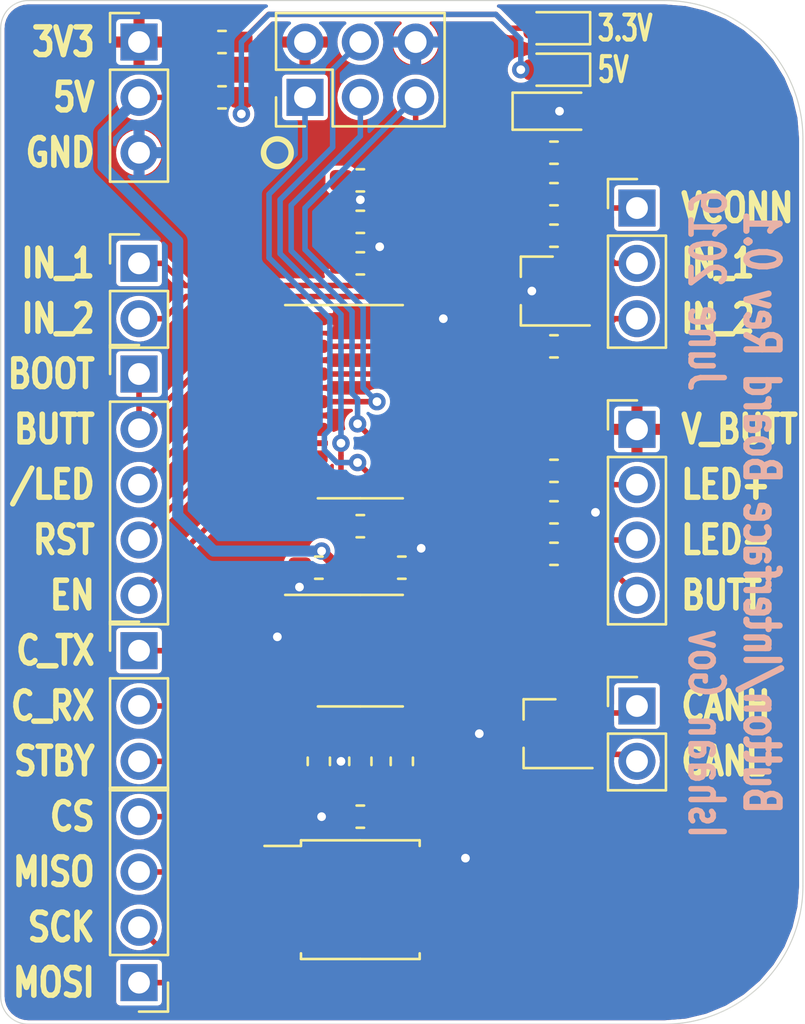
<source format=kicad_pcb>
(kicad_pcb (version 20171130) (host pcbnew "(5.1.2-1)-1")
  (layers (0 F.Cu signal) (31 B.Cu signal) (34 B.Paste user) (35 F.Paste user) (36 B.SilkS user) (37 F.SilkS user) (38 B.Mask user) (39 F.Mask user) (44 Edge.Cuts user))
  (net 0 "")
  (net 1 +3V3)
  (net 2 GND)
  (net 3 +5V)
  (net 4 "Net-(C4-Pad1)")
  (net 5 "Net-(C5-Pad1)")
  (net 6 /F_BUTT)
  (net 7 "Net-(D1-Pad2)")
  (net 8 "Net-(D1-Pad1)")
  (net 9 "Net-(D2-Pad1)")
  (net 10 /EN_SUP)
  (net 11 /RST_MCU)
  (net 12 /LED)
  (net 13 "Net-(J6-Pad3)")
  (net 14 "Net-(J6-Pad2)")
  (net 15 "Net-(J6-Pad1)")
  (net 16 "Net-(J7-Pad1)")
  (net 17 "Net-(J7-Pad3)")
  (net 18 "Net-(J7-Pad4)")
  (net 19 "Net-(U3-Pad10)")
  (net 20 "Net-(U3-Pad11)")
  (net 21 "Net-(U3-Pad12)")
  (net 22 "Net-(U3-Pad13)")
  (net 23 "Net-(D4-Pad2)")
  (net 24 "Net-(D5-Pad2)")
  (net 25 /CANL)
  (net 26 /CANH)
  (net 27 /MOSI)
  (net 28 /SCK)
  (net 29 /MISO)
  (net 30 /CS)
  (net 31 /TXD)
  (net 32 /RXD)
  (net 33 /STBY)
  (net 34 /BUTT)
  (net 35 /LED+)
  (module LED_SMD:LED_0603_1608Metric_Pad1.05x0.95mm_HandSolder (layer F.Cu) (at 115.57 55.245 180)
    (fp_text reference D5 hide)
    (fp_text value RED hide)
    (pad 2 smd roundrect (at 0.875 0 180) (size 1.05 0.95) (layers F.Cu F.Paste F.Mask) (net 24 "Net-(D5-Pad2)"))
    (pad 1 smd roundrect (at -0.875 0 180) (size 1.05 0.95) (layers F.Cu F.Paste F.Mask) (net 2 GND))
  )
  (module LED_SMD:LED_0603_1608Metric_Pad1.05x0.95mm_HandSolder (layer F.Cu) (at 115.57 57.15 180)
    (fp_text reference D4 hide)
    (fp_text value RED hide)
    (pad 2 smd roundrect (at 0.875 0 180) (size 1.05 0.95) (layers F.Cu F.Paste F.Mask) (net 23 "Net-(D4-Pad2)"))
    (pad 1 smd roundrect (at -0.875 0 180) (size 1.05 0.95) (layers F.Cu F.Paste F.Mask) (net 2 GND))
  )
  (module Resistor_SMD:R_0603_1608Metric_Pad1.05x0.95mm_HandSolder (layer F.Cu) (at 100.33 55.88 180)
    (fp_text reference R12 hide)
    (fp_text value 120R hide)
    (pad 2 smd roundrect (at 0.875 0 180) (size 1.05 0.95) (layers F.Cu F.Paste F.Mask) (net 1 +3V3))
    (pad 1 smd roundrect (at -0.875 0 180) (size 1.05 0.95) (layers F.Cu F.Paste F.Mask) (net 24 "Net-(D5-Pad2)"))
  )
  (module Resistor_SMD:R_0603_1608Metric_Pad1.05x0.95mm_HandSolder (layer F.Cu) (at 100.33 58.42 180)
    (fp_text reference R11 hide)
    (fp_text value 390R hide)
    (pad 2 smd roundrect (at 0.875 0 180) (size 1.05 0.95) (layers F.Cu F.Paste F.Mask) (net 3 +5V))
    (pad 1 smd roundrect (at -0.875 0 180) (size 1.05 0.95) (layers F.Cu F.Paste F.Mask) (net 23 "Net-(D4-Pad2)"))
  )
  (module Package_SO:SOIC-8_3.9x4.9mm_P1.27mm (layer F.Cu) (at 106.68 83.82)
    (fp_text reference U2 hide)
    (fp_text value ATA6561 hide)
    (pad 1 smd roundrect (at -2.475 -1.905) (size 1.95 0.6) (layers F.Cu F.Paste F.Mask) (net 31 /TXD))
    (pad 2 smd roundrect (at -2.475 -0.635) (size 1.95 0.6) (layers F.Cu F.Paste F.Mask) (net 2 GND))
    (pad 3 smd roundrect (at -2.475 0.635) (size 1.95 0.6) (layers F.Cu F.Paste F.Mask) (net 3 +5V))
    (pad 4 smd roundrect (at -2.475 1.905) (size 1.95 0.6) (layers F.Cu F.Paste F.Mask) (net 32 /RXD))
    (pad 5 smd roundrect (at 2.475 1.905) (size 1.95 0.6) (layers F.Cu F.Paste F.Mask) (net 1 +3V3))
    (pad 6 smd roundrect (at 2.475 0.635) (size 1.95 0.6) (layers F.Cu F.Paste F.Mask) (net 25 /CANL))
    (pad 7 smd roundrect (at 2.475 -0.635) (size 1.95 0.6) (layers F.Cu F.Paste F.Mask) (net 26 /CANH))
    (pad 8 smd roundrect (at 2.475 -1.905) (size 1.95 0.6) (layers F.Cu F.Paste F.Mask) (net 33 /STBY))
  )
  (module Package_SO:SOIC-14_3.9x8.7mm_P1.27mm (layer F.Cu) (at 106.68 72.39)
    (fp_text reference U3 hide)
    (fp_text value ATtiny24A-SSU hide)
    (pad 1 smd roundrect (at -2.475 -3.81) (size 1.95 0.6) (layers F.Cu F.Paste F.Mask) (net 1 +3V3))
    (pad 2 smd roundrect (at -2.475 -2.54) (size 1.95 0.6) (layers F.Cu F.Paste F.Mask) (net 6 /F_BUTT))
    (pad 3 smd roundrect (at -2.475 -1.27) (size 1.95 0.6) (layers F.Cu F.Paste F.Mask) (net 12 /LED))
    (pad 4 smd roundrect (at -2.475 0) (size 1.95 0.6) (layers F.Cu F.Paste F.Mask) (net 5 "Net-(C5-Pad1)"))
    (pad 5 smd roundrect (at -2.475 1.27) (size 1.95 0.6) (layers F.Cu F.Paste F.Mask) (net 11 /RST_MCU))
    (pad 6 smd roundrect (at -2.475 2.54) (size 1.95 0.6) (layers F.Cu F.Paste F.Mask) (net 10 /EN_SUP))
    (pad 7 smd roundrect (at -2.475 3.81) (size 1.95 0.6) (layers F.Cu F.Paste F.Mask) (net 18 "Net-(J7-Pad4)"))
    (pad 8 smd roundrect (at 2.475 3.81) (size 1.95 0.6) (layers F.Cu F.Paste F.Mask) (net 16 "Net-(J7-Pad1)"))
    (pad 9 smd roundrect (at 2.475 2.54) (size 1.95 0.6) (layers F.Cu F.Paste F.Mask) (net 17 "Net-(J7-Pad3)"))
    (pad 10 smd roundrect (at 2.475 1.27) (size 1.95 0.6) (layers F.Cu F.Paste F.Mask) (net 19 "Net-(U3-Pad10)"))
    (pad 11 smd roundrect (at 2.475 0) (size 1.95 0.6) (layers F.Cu F.Paste F.Mask) (net 20 "Net-(U3-Pad11)"))
    (pad 12 smd roundrect (at 2.475 -1.27) (size 1.95 0.6) (layers F.Cu F.Paste F.Mask) (net 21 "Net-(U3-Pad12)"))
    (pad 13 smd roundrect (at 2.475 -2.54) (size 1.95 0.6) (layers F.Cu F.Paste F.Mask) (net 22 "Net-(U3-Pad13)"))
    (pad 14 smd roundrect (at 2.475 -3.81) (size 1.95 0.6) (layers F.Cu F.Paste F.Mask) (net 2 GND))
  )
  (module Connector_PinHeader_2.54mm:PinHeader_2x03_P2.54mm_Vertical (layer F.Cu) (at 104.14 58.42 90)
    (fp_text reference J7 hide)
    (fp_text value AVR-ISP-6 hide)
    (pad 1 thru_hole rect (at 0 0 90) (size 1.7 1.7) (drill 1) (layers *.Cu *.Mask) (net 16 "Net-(J7-Pad1)"))
    (pad 2 thru_hole oval (at 2.54 0 90) (size 1.7 1.7) (drill 1) (layers *.Cu *.Mask) (net 1 +3V3))
    (pad 3 thru_hole oval (at 0 2.54 90) (size 1.7 1.7) (drill 1) (layers *.Cu *.Mask) (net 17 "Net-(J7-Pad3)"))
    (pad 4 thru_hole oval (at 2.54 2.54 90) (size 1.7 1.7) (drill 1) (layers *.Cu *.Mask) (net 18 "Net-(J7-Pad4)"))
    (pad 5 thru_hole oval (at 0 5.08 90) (size 1.7 1.7) (drill 1) (layers *.Cu *.Mask) (net 5 "Net-(C5-Pad1)"))
    (pad 6 thru_hole oval (at 2.54 5.08 90) (size 1.7 1.7) (drill 1) (layers *.Cu *.Mask) (net 2 GND))
  )
  (module Capacitor_SMD:C_0603_1608Metric_Pad1.05x0.95mm_HandSolder (layer F.Cu) (at 108.585 80.01)
    (fp_text reference C1 hide)
    (fp_text value 100n hide)
    (pad 1 smd roundrect (at -0.875 0) (size 1.05 0.95) (layers F.Cu F.Paste F.Mask) (net 1 +3V3))
    (pad 2 smd roundrect (at 0.875 0) (size 1.05 0.95) (layers F.Cu F.Paste F.Mask) (net 2 GND))
  )
  (module Capacitor_SMD:C_0603_1608Metric_Pad1.05x0.95mm_HandSolder (layer F.Cu) (at 106.68 66.04)
    (fp_text reference C2 hide)
    (fp_text value 100n hide)
    (pad 2 smd roundrect (at 0.875 0) (size 1.05 0.95) (layers F.Cu F.Paste F.Mask) (net 2 GND))
    (pad 1 smd roundrect (at -0.875 0) (size 1.05 0.95) (layers F.Cu F.Paste F.Mask) (net 1 +3V3))
  )
  (module Capacitor_SMD:C_0603_1608Metric_Pad1.05x0.95mm_HandSolder (layer F.Cu) (at 104.775 80.01 180)
    (fp_text reference C3 hide)
    (fp_text value 100n hide)
    (pad 2 smd roundrect (at 0.875 0 180) (size 1.05 0.95) (layers F.Cu F.Paste F.Mask) (net 2 GND))
    (pad 1 smd roundrect (at -0.875 0 180) (size 1.05 0.95) (layers F.Cu F.Paste F.Mask) (net 3 +5V))
  )
  (module Capacitor_SMD:C_0603_1608Metric_Pad1.05x0.95mm_HandSolder (layer F.Cu) (at 106.68 88.9 90)
    (fp_text reference C4 hide)
    (fp_text value 10n hide)
    (pad 1 smd roundrect (at -0.875 0 90) (size 1.05 0.95) (layers F.Cu F.Paste F.Mask) (net 4 "Net-(C4-Pad1)"))
    (pad 2 smd roundrect (at 0.875 0 90) (size 1.05 0.95) (layers F.Cu F.Paste F.Mask) (net 2 GND))
  )
  (module Capacitor_SMD:C_0603_1608Metric_Pad1.05x0.95mm_HandSolder (layer F.Cu) (at 106.68 62.23 180)
    (fp_text reference C5 hide)
    (fp_text value 10n hide)
    (pad 2 smd roundrect (at 0.875 0 180) (size 1.05 0.95) (layers F.Cu F.Paste F.Mask) (net 2 GND))
    (pad 1 smd roundrect (at -0.875 0 180) (size 1.05 0.95) (layers F.Cu F.Paste F.Mask) (net 5 "Net-(C5-Pad1)"))
  )
  (module Capacitor_SMD:C_0603_1608Metric_Pad1.05x0.95mm_HandSolder (layer F.Cu) (at 106.68 91.44)
    (fp_text reference C6 hide)
    (fp_text value 100n hide)
    (pad 1 smd roundrect (at -0.875 0) (size 1.05 0.95) (layers F.Cu F.Paste F.Mask) (net 2 GND))
    (pad 2 smd roundrect (at 0.875 0) (size 1.05 0.95) (layers F.Cu F.Paste F.Mask) (net 1 +3V3))
  )
  (module Capacitor_SMD:C_0603_1608Metric_Pad1.05x0.95mm_HandSolder (layer F.Cu) (at 115.57 77.47)
    (fp_text reference C7 hide)
    (fp_text value 10n hide)
    (pad 1 smd roundrect (at -0.875 0) (size 1.05 0.95) (layers F.Cu F.Paste F.Mask) (net 6 /F_BUTT))
    (pad 2 smd roundrect (at 0.875 0) (size 1.05 0.95) (layers F.Cu F.Paste F.Mask) (net 2 GND))
  )
  (module Package_TO_SOT_SMD:SOT-23_Handsoldering (layer F.Cu) (at 114.808 67.31 180)
    (fp_text reference D1 hide)
    (fp_text value PACDN042 hide)
    (pad 3 smd rect (at 1.5 0 180) (size 1.9 0.8) (layers F.Cu F.Paste F.Mask) (net 2 GND))
    (pad 2 smd rect (at -1.5 0.95 180) (size 1.9 0.8) (layers F.Cu F.Paste F.Mask) (net 7 "Net-(D1-Pad2)"))
    (pad 1 smd rect (at -1.5 -0.95 180) (size 1.9 0.8) (layers F.Cu F.Paste F.Mask) (net 8 "Net-(D1-Pad1)"))
  )
  (module Diode_SMD:D_SOD-323_HandSoldering (layer F.Cu) (at 115.57 59.055)
    (fp_text reference D2 hide)
    (fp_text value 5.1V hide)
    (pad 1 smd rect (at -1.25 0) (size 1 1) (layers F.Cu F.Paste F.Mask) (net 9 "Net-(D2-Pad1)"))
    (pad 2 smd rect (at 1.25 0) (size 1 1) (layers F.Cu F.Paste F.Mask) (net 2 GND))
  )
  (module Package_TO_SOT_SMD:SOT-23_Handsoldering (layer F.Cu) (at 114.935 87.63 180)
    (fp_text reference D3 hide)
    (fp_text value SESDONCAN1LT1G hide)
    (pad 1 smd rect (at -1.5 -0.95 180) (size 1.9 0.8) (layers F.Cu F.Paste F.Mask) (net 25 /CANL))
    (pad 2 smd rect (at -1.5 0.95 180) (size 1.9 0.8) (layers F.Cu F.Paste F.Mask) (net 26 /CANH))
    (pad 3 smd rect (at 1.5 0 180) (size 1.9 0.8) (layers F.Cu F.Paste F.Mask) (net 2 GND))
  )
  (module Connector_PinHeader_2.54mm:PinHeader_1x03_P2.54mm_Vertical (layer F.Cu) (at 96.52 55.88)
    (fp_text reference J1 hide)
    (fp_text value Conn_01x03 hide)
    (pad 1 thru_hole rect (at 0 0) (size 1.7 1.7) (drill 1) (layers *.Cu *.Mask) (net 1 +3V3))
    (pad 2 thru_hole oval (at 0 2.54) (size 1.7 1.7) (drill 1) (layers *.Cu *.Mask) (net 3 +5V))
    (pad 3 thru_hole oval (at 0 5.08) (size 1.7 1.7) (drill 1) (layers *.Cu *.Mask) (net 2 GND))
  )
  (module Connector_PinHeader_2.54mm:PinHeader_1x02_P2.54mm_Vertical (layer F.Cu) (at 96.52 66.04)
    (fp_text reference J2 hide)
    (fp_text value Conn_01x02 hide)
    (pad 2 thru_hole oval (at 0 2.54) (size 1.7 1.7) (drill 1) (layers *.Cu *.Mask) (net 8 "Net-(D1-Pad1)"))
    (pad 1 thru_hole rect (at 0 0) (size 1.7 1.7) (drill 1) (layers *.Cu *.Mask) (net 7 "Net-(D1-Pad2)"))
  )
  (module Connector_PinHeader_2.54mm:PinHeader_1x05_P2.54mm_Vertical (layer F.Cu) (at 96.52 71.12)
    (fp_text reference J3 hide)
    (fp_text value Conn_01x05 hide)
    (pad 1 thru_hole rect (at 0 0) (size 1.7 1.7) (drill 1) (layers *.Cu *.Mask) (net 6 /F_BUTT))
    (pad 2 thru_hole oval (at 0 2.54) (size 1.7 1.7) (drill 1) (layers *.Cu *.Mask) (net 6 /F_BUTT))
    (pad 3 thru_hole oval (at 0 5.08) (size 1.7 1.7) (drill 1) (layers *.Cu *.Mask) (net 12 /LED))
    (pad 4 thru_hole oval (at 0 7.62) (size 1.7 1.7) (drill 1) (layers *.Cu *.Mask) (net 11 /RST_MCU))
    (pad 5 thru_hole oval (at 0 10.16) (size 1.7 1.7) (drill 1) (layers *.Cu *.Mask) (net 10 /EN_SUP))
  )
  (module Connector_PinHeader_2.54mm:PinHeader_1x04_P2.54mm_Vertical (layer F.Cu) (at 96.52 99.06 180)
    (fp_text reference J4 hide)
    (fp_text value Conn_01x04 hide)
    (pad 1 thru_hole rect (at 0 0 180) (size 1.7 1.7) (drill 1) (layers *.Cu *.Mask) (net 27 /MOSI))
    (pad 2 thru_hole oval (at 0 2.54 180) (size 1.7 1.7) (drill 1) (layers *.Cu *.Mask) (net 28 /SCK))
    (pad 3 thru_hole oval (at 0 5.08 180) (size 1.7 1.7) (drill 1) (layers *.Cu *.Mask) (net 29 /MISO))
    (pad 4 thru_hole oval (at 0 7.62 180) (size 1.7 1.7) (drill 1) (layers *.Cu *.Mask) (net 30 /CS))
  )
  (module Connector_PinHeader_2.54mm:PinHeader_1x03_P2.54mm_Vertical (layer F.Cu) (at 96.52 83.82)
    (fp_text reference J5 hide)
    (fp_text value Conn_01x03 hide)
    (pad 1 thru_hole rect (at 0 0) (size 1.7 1.7) (drill 1) (layers *.Cu *.Mask) (net 31 /TXD))
    (pad 2 thru_hole oval (at 0 2.54) (size 1.7 1.7) (drill 1) (layers *.Cu *.Mask) (net 32 /RXD))
    (pad 3 thru_hole oval (at 0 5.08) (size 1.7 1.7) (drill 1) (layers *.Cu *.Mask) (net 33 /STBY))
  )
  (module Connector_PinHeader_2.54mm:PinHeader_1x03_P2.54mm_Vertical (layer F.Cu) (at 119.38 63.5)
    (fp_text reference J6 hide)
    (fp_text value Conn_01x03 hide)
    (pad 3 thru_hole oval (at 0 5.08) (size 1.7 1.7) (drill 1) (layers *.Cu *.Mask) (net 13 "Net-(J6-Pad3)"))
    (pad 2 thru_hole oval (at 0 2.54) (size 1.7 1.7) (drill 1) (layers *.Cu *.Mask) (net 14 "Net-(J6-Pad2)"))
    (pad 1 thru_hole rect (at 0 0) (size 1.7 1.7) (drill 1) (layers *.Cu *.Mask) (net 15 "Net-(J6-Pad1)"))
  )
  (module Connector_PinHeader_2.54mm:PinHeader_1x02_P2.54mm_Vertical (layer F.Cu) (at 119.38 86.36)
    (fp_text reference J8 hide)
    (fp_text value Conn_01x02 hide)
    (pad 1 thru_hole rect (at 0 0) (size 1.7 1.7) (drill 1) (layers *.Cu *.Mask) (net 26 /CANH))
    (pad 2 thru_hole oval (at 0 2.54) (size 1.7 1.7) (drill 1) (layers *.Cu *.Mask) (net 25 /CANL))
  )
  (module Connector_PinHeader_2.54mm:PinHeader_1x04_P2.54mm_Vertical (layer F.Cu) (at 119.38 73.66)
    (fp_text reference J9 hide)
    (fp_text value Conn_01x04 hide)
    (pad 4 thru_hole oval (at 0 7.62) (size 1.7 1.7) (drill 1) (layers *.Cu *.Mask) (net 34 /BUTT))
    (pad 3 thru_hole oval (at 0 5.08) (size 1.7 1.7) (drill 1) (layers *.Cu *.Mask) (net 12 /LED))
    (pad 2 thru_hole oval (at 0 2.54) (size 1.7 1.7) (drill 1) (layers *.Cu *.Mask) (net 35 /LED+))
    (pad 1 thru_hole rect (at 0 0) (size 1.7 1.7) (drill 1) (layers *.Cu *.Mask) (net 1 +3V3))
  )
  (module Resistor_SMD:R_0603_1608Metric_Pad1.05x0.95mm_HandSolder (layer F.Cu) (at 115.57 60.96)
    (fp_text reference R1 hide)
    (fp_text value 100R hide)
    (pad 2 smd roundrect (at 0.875 0) (size 1.05 0.95) (layers F.Cu F.Paste F.Mask) (net 1 +3V3))
    (pad 1 smd roundrect (at -0.875 0) (size 1.05 0.95) (layers F.Cu F.Paste F.Mask) (net 9 "Net-(D2-Pad1)"))
  )
  (module Resistor_SMD:R_0603_1608Metric_Pad1.05x0.95mm_HandSolder (layer F.Cu) (at 115.57 62.865 180)
    (fp_text reference R2 hide)
    (fp_text value 1K hide)
    (pad 1 smd roundrect (at -0.875 0 180) (size 1.05 0.95) (layers F.Cu F.Paste F.Mask) (net 15 "Net-(J6-Pad1)"))
    (pad 2 smd roundrect (at 0.875 0 180) (size 1.05 0.95) (layers F.Cu F.Paste F.Mask) (net 9 "Net-(D2-Pad1)"))
  )
  (module Resistor_SMD:R_0603_1608Metric_Pad1.05x0.95mm_HandSolder (layer F.Cu) (at 115.57 64.77 180)
    (fp_text reference R3 hide)
    (fp_text value 10K hide)
    (pad 1 smd roundrect (at -0.875 0 180) (size 1.05 0.95) (layers F.Cu F.Paste F.Mask) (net 14 "Net-(J6-Pad2)"))
    (pad 2 smd roundrect (at 0.875 0 180) (size 1.05 0.95) (layers F.Cu F.Paste F.Mask) (net 7 "Net-(D1-Pad2)"))
  )
  (module Resistor_SMD:R_0603_1608Metric_Pad1.05x0.95mm_HandSolder (layer F.Cu) (at 115.57 69.85 180)
    (fp_text reference R4 hide)
    (fp_text value 10K hide)
    (pad 2 smd roundrect (at 0.875 0 180) (size 1.05 0.95) (layers F.Cu F.Paste F.Mask) (net 8 "Net-(D1-Pad1)"))
    (pad 1 smd roundrect (at -0.875 0 180) (size 1.05 0.95) (layers F.Cu F.Paste F.Mask) (net 13 "Net-(J6-Pad3)"))
  )
  (module Resistor_SMD:R_0603_1608Metric_Pad1.05x0.95mm_HandSolder (layer F.Cu) (at 108.585 88.9 270)
    (fp_text reference R5 hide)
    (fp_text value 100R hide)
    (pad 1 smd roundrect (at -0.875 0 270) (size 1.05 0.95) (layers F.Cu F.Paste F.Mask) (net 25 /CANL))
    (pad 2 smd roundrect (at 0.875 0 270) (size 1.05 0.95) (layers F.Cu F.Paste F.Mask) (net 4 "Net-(C4-Pad1)"))
  )
  (module Resistor_SMD:R_0603_1608Metric_Pad1.05x0.95mm_HandSolder (layer F.Cu) (at 104.775 88.9 270)
    (fp_text reference R6 hide)
    (fp_text value 100R hide)
    (pad 2 smd roundrect (at 0.875 0 270) (size 1.05 0.95) (layers F.Cu F.Paste F.Mask) (net 4 "Net-(C4-Pad1)"))
    (pad 1 smd roundrect (at -0.875 0 270) (size 1.05 0.95) (layers F.Cu F.Paste F.Mask) (net 26 /CANH))
  )
  (module Resistor_SMD:R_0603_1608Metric_Pad1.05x0.95mm_HandSolder (layer F.Cu) (at 106.68 78.105 180)
    (fp_text reference R7 hide)
    (fp_text value 240K hide)
    (pad 1 smd roundrect (at -0.875 0 180) (size 1.05 0.95) (layers F.Cu F.Paste F.Mask) (net 1 +3V3))
    (pad 2 smd roundrect (at 0.875 0 180) (size 1.05 0.95) (layers F.Cu F.Paste F.Mask) (net 10 /EN_SUP))
  )
  (module Resistor_SMD:R_0603_1608Metric_Pad1.05x0.95mm_HandSolder (layer F.Cu) (at 106.68 64.135)
    (fp_text reference R8 hide)
    (fp_text value 10K hide)
    (pad 2 smd roundrect (at 0.875 0) (size 1.05 0.95) (layers F.Cu F.Paste F.Mask) (net 5 "Net-(C5-Pad1)"))
    (pad 1 smd roundrect (at -0.875 0) (size 1.05 0.95) (layers F.Cu F.Paste F.Mask) (net 1 +3V3))
  )
  (module Resistor_SMD:R_0603_1608Metric_Pad1.05x0.95mm_HandSolder (layer F.Cu) (at 115.57 75.565 180)
    (fp_text reference R9 hide)
    (fp_text value 36R hide)
    (pad 2 smd roundrect (at 0.875 0 180) (size 1.05 0.95) (layers F.Cu F.Paste F.Mask) (net 1 +3V3))
    (pad 1 smd roundrect (at -0.875 0 180) (size 1.05 0.95) (layers F.Cu F.Paste F.Mask) (net 35 /LED+))
  )
  (module Resistor_SMD:R_0603_1608Metric_Pad1.05x0.95mm_HandSolder (layer F.Cu) (at 115.57 79.375 180)
    (fp_text reference R10 hide)
    (fp_text value 10K hide)
    (pad 1 smd roundrect (at -0.875 0 180) (size 1.05 0.95) (layers F.Cu F.Paste F.Mask) (net 34 /BUTT))
    (pad 2 smd roundrect (at 0.875 0 180) (size 1.05 0.95) (layers F.Cu F.Paste F.Mask) (net 6 /F_BUTT))
  )
  (module Package_SO:SOIC-8_5.23x5.23mm_P1.27mm (layer F.Cu) (at 106.68 95.25)
    (fp_text reference U1 hide)
    (fp_text value W25Q16JVSSIQ hide)
    (pad 8 smd roundrect (at 3.6 -1.905) (size 1.6 0.6) (layers F.Cu F.Paste F.Mask) (net 2 GND))
    (pad 7 smd roundrect (at 3.6 -0.635) (size 1.6 0.6) (layers F.Cu F.Paste F.Mask) (net 1 +3V3))
    (pad 6 smd roundrect (at 3.6 0.635) (size 1.6 0.6) (layers F.Cu F.Paste F.Mask) (net 28 /SCK))
    (pad 5 smd roundrect (at 3.6 1.905) (size 1.6 0.6) (layers F.Cu F.Paste F.Mask) (net 27 /MOSI))
    (pad 4 smd roundrect (at -3.6 1.905) (size 1.6 0.6) (layers F.Cu F.Paste F.Mask) (net 1 +3V3))
    (pad 3 smd roundrect (at -3.6 0.635) (size 1.6 0.6) (layers F.Cu F.Paste F.Mask) (net 1 +3V3))
    (pad 2 smd roundrect (at -3.6 -0.635) (size 1.6 0.6) (layers F.Cu F.Paste F.Mask) (net 29 /MISO))
    (pad 1 smd roundrect (at -3.6 -1.905) (size 1.6 0.6) (layers F.Cu F.Paste F.Mask) (net 30 /CS))
  )
  (gr_text "June 2019" (at 122.555 67.31 270) (layer B.SilkS) (effects (font (size 1.524 1.143) (thickness 0.254)) (justify mirror)))
  (gr_text "Ishaan Gov" (at 122.555 87.63 270) (layer B.SilkS) (effects (font (size 1.524 1.143) (thickness 0.254)) (justify mirror)))
  (gr_text "Button/Interface Board Rev 0.1" (at 125.095 77.47 270) (layer B.SilkS) (effects (font (size 1.524 1.143) (thickness 0.28575)) (justify mirror)))
  (gr_arc (start 91.44 99.695) (end 90.17 99.695) (angle -90) (layer Edge.Cuts) (width 0.05))
  (gr_arc (start 91.44 55.245) (end 91.44 53.975) (angle -90) (layer Edge.Cuts) (width 0.05))
  (gr_arc (start 120.65 60.325) (end 127 60.325) (angle -90) (layer Edge.Cuts) (width 0.05))
  (gr_arc (start 120.65 94.615) (end 120.65 100.965) (angle -90) (layer Edge.Cuts) (width 0.05))
  (gr_text 5V (at 117.475 57.15) (layer F.SilkS) (effects (font (size 1.143 0.762) (thickness 0.1905)) (justify left)))
  (gr_text 3.3V (at 117.475 55.245) (layer F.SilkS) (effects (font (size 1.143 0.762) (thickness 0.1905)) (justify left)))
  (gr_circle (center 102.87 60.96) (end 102.87 60.325) (layer F.SilkS) (width 0.254))
  (gr_text GND (at 94.615 60.96) (layer F.SilkS) (effects (font (size 1.27 1.016) (thickness 0.254)) (justify right)))
  (gr_text 5V (at 94.615 58.42) (layer F.SilkS) (effects (font (size 1.27 1.016) (thickness 0.254)) (justify right)))
  (gr_text 3V3 (at 94.615 55.88) (layer F.SilkS) (effects (font (size 1.27 1.016) (thickness 0.254)) (justify right)))
  (gr_text MOSI (at 94.615 99.06) (layer F.SilkS) (effects (font (size 1.27 1.016) (thickness 0.254)) (justify right)))
  (gr_text SCK (at 94.615 96.52) (layer F.SilkS) (effects (font (size 1.27 1.016) (thickness 0.254)) (justify right)))
  (gr_text MISO (at 94.615 93.98) (layer F.SilkS) (effects (font (size 1.27 1.016) (thickness 0.254)) (justify right)))
  (gr_text CS (at 94.615 91.44) (layer F.SilkS) (effects (font (size 1.27 1.016) (thickness 0.254)) (justify right)))
  (gr_text STBY (at 94.615 88.9) (layer F.SilkS) (effects (font (size 1.27 1.016) (thickness 0.254)) (justify right)))
  (gr_text C_RX (at 94.615 86.36) (layer F.SilkS) (effects (font (size 1.27 1.016) (thickness 0.254)) (justify right)))
  (gr_text "C_TX\n" (at 94.615 83.82) (layer F.SilkS) (effects (font (size 1.27 1.016) (thickness 0.254)) (justify right)))
  (gr_text EN (at 94.615 81.28) (layer F.SilkS) (effects (font (size 1.27 1.016) (thickness 0.254)) (justify right)))
  (gr_text RST (at 94.615 78.74) (layer F.SilkS) (effects (font (size 1.27 1.016) (thickness 0.254)) (justify right)))
  (gr_text /LED (at 94.615 76.2) (layer F.SilkS) (effects (font (size 1.27 1.016) (thickness 0.254)) (justify right)))
  (gr_text BUTT (at 94.615 73.66) (layer F.SilkS) (effects (font (size 1.27 1.016) (thickness 0.254)) (justify right)))
  (gr_text BOOT (at 94.615 71.12) (layer F.SilkS) (effects (font (size 1.27 1.016) (thickness 0.254)) (justify right)))
  (gr_text IN_2 (at 94.615 68.58) (layer F.SilkS) (effects (font (size 1.27 1.016) (thickness 0.254)) (justify right)))
  (gr_text IN_1 (at 94.615 66.04) (layer F.SilkS) (effects (font (size 1.27 1.016) (thickness 0.254)) (justify right)))
  (gr_text CANL (at 121.285 88.9) (layer F.SilkS) (effects (font (size 1.27 1.016) (thickness 0.254)) (justify left)))
  (gr_text CANH (at 121.285 86.36) (layer F.SilkS) (effects (font (size 1.27 1.016) (thickness 0.254)) (justify left)))
  (gr_text BUTT (at 121.285 81.28) (layer F.SilkS) (effects (font (size 1.27 1.016) (thickness 0.254)) (justify left)))
  (gr_text LED- (at 121.285 78.74) (layer F.SilkS) (effects (font (size 1.27 1.016) (thickness 0.254)) (justify left)))
  (gr_text LED+ (at 121.285 76.2) (layer F.SilkS) (effects (font (size 1.27 1.016) (thickness 0.254)) (justify left)))
  (gr_text V_BUTT (at 121.285 73.66) (layer F.SilkS) (effects (font (size 1.27 1.016) (thickness 0.254)) (justify left)))
  (gr_text IN_2 (at 121.285 68.58) (layer F.SilkS) (effects (font (size 1.27 1.016) (thickness 0.254)) (justify left)))
  (gr_text "IN_1\n" (at 121.285 66.04) (layer F.SilkS) (effects (font (size 1.27 1.016) (thickness 0.254)) (justify left)))
  (gr_text VCONN (at 121.285 63.5) (layer F.SilkS) (effects (font (size 1.27 1.016) (thickness 0.254)) (justify left)))
  (gr_line (start 90.17 99.695) (end 90.17 55.245) (layer Edge.Cuts) (width 0.05))
  (gr_line (start 120.65 100.965) (end 91.44 100.965) (layer Edge.Cuts) (width 0.05))
  (gr_line (start 127 60.325) (end 127 94.615) (layer Edge.Cuts) (width 0.05))
  (gr_line (start 91.44 53.975) (end 120.65 53.975) (layer Edge.Cuts) (width 0.05))
  (via (at 107.569 65.278) (size 0.8) (drill 0.4) (layers F.Cu B.Cu) (net 2))
  (segment (start 107.555 65.292) (end 107.569 65.278) (width 0.254) (layer F.Cu) (net 2))
  (segment (start 107.555 66.04) (end 107.555 65.292) (width 0.254) (layer F.Cu) (net 2))
  (via (at 110.49 68.58) (size 0.8) (drill 0.4) (layers F.Cu B.Cu) (net 2))
  (segment (start 109.155 68.58) (end 110.49 68.58) (width 0.254) (layer F.Cu) (net 2))
  (via (at 114.554 67.31) (size 0.8) (drill 0.4) (layers F.Cu B.Cu) (net 2))
  (segment (start 113.308 67.31) (end 114.554 67.31) (width 0.254) (layer F.Cu) (net 2))
  (via (at 115.824 59.055) (size 0.8) (drill 0.4) (layers F.Cu B.Cu) (net 2))
  (segment (start 116.82 59.055) (end 115.824 59.055) (width 0.254) (layer F.Cu) (net 2))
  (segment (start 116.445 77.47) (end 116.459 77.47) (width 0.254) (layer F.Cu) (net 2))
  (via (at 109.474 79.121) (size 0.8) (drill 0.4) (layers F.Cu B.Cu) (net 2))
  (segment (start 109.46 79.135) (end 109.474 79.121) (width 0.254) (layer F.Cu) (net 2))
  (segment (start 109.46 80.01) (end 109.46 79.135) (width 0.254) (layer F.Cu) (net 2))
  (via (at 105.791 88.9) (size 0.8) (drill 0.4) (layers F.Cu B.Cu) (net 2))
  (segment (start 106.666 88.025) (end 105.791 88.9) (width 0.254) (layer F.Cu) (net 2))
  (segment (start 106.68 88.025) (end 106.666 88.025) (width 0.254) (layer F.Cu) (net 2))
  (via (at 104.902 91.44) (size 0.8) (drill 0.4) (layers F.Cu B.Cu) (net 2))
  (segment (start 105.805 91.44) (end 104.902 91.44) (width 0.254) (layer F.Cu) (net 2))
  (via (at 111.506 93.345) (size 0.8) (drill 0.4) (layers F.Cu B.Cu) (net 2))
  (segment (start 110.28 93.345) (end 111.506 93.345) (width 0.254) (layer F.Cu) (net 2))
  (via (at 112.141 87.63) (size 0.8) (drill 0.4) (layers F.Cu B.Cu) (net 2))
  (segment (start 113.435 87.63) (end 112.141 87.63) (width 0.254) (layer F.Cu) (net 2))
  (via (at 117.475 77.47) (size 0.8) (drill 0.4) (layers F.Cu B.Cu) (net 2))
  (segment (start 116.445 77.47) (end 117.475 77.47) (width 0.254) (layer F.Cu) (net 2))
  (via (at 106.68 63.119) (size 0.8) (drill 0.4) (layers F.Cu B.Cu) (net 2))
  (segment (start 105.805 62.244) (end 106.68 63.119) (width 0.254) (layer F.Cu) (net 2))
  (segment (start 105.805 62.23) (end 105.805 62.244) (width 0.254) (layer F.Cu) (net 2))
  (via (at 103.886 80.899) (size 0.8) (drill 0.4) (layers F.Cu B.Cu) (net 2))
  (segment (start 103.9 80.885) (end 103.886 80.899) (width 0.508) (layer F.Cu) (net 2))
  (segment (start 103.9 80.01) (end 103.9 80.885) (width 0.508) (layer F.Cu) (net 2))
  (via (at 102.87 83.185) (size 0.8) (drill 0.4) (layers F.Cu B.Cu) (net 2))
  (segment (start 104.205 83.185) (end 102.87 83.185) (width 0.508) (layer F.Cu) (net 2))
  (segment (start 115.824 59.055) (end 115.824 57.771) (width 0.25) (layer F.Cu) (net 2))
  (segment (start 115.824 57.771) (end 116.445 57.15) (width 0.25) (layer F.Cu) (net 2))
  (segment (start 116.445 57.15) (end 116.445 55.245) (width 0.25) (layer F.Cu) (net 2))
  (via (at 104.902 79.248) (size 0.8) (drill 0.4) (layers F.Cu B.Cu) (net 3))
  (segment (start 105.65 79.996) (end 104.902 79.248) (width 0.508) (layer F.Cu) (net 3))
  (segment (start 105.65 80.01) (end 105.65 79.996) (width 0.508) (layer F.Cu) (net 3))
  (segment (start 98.298 77.597) (end 99.949 79.248) (width 0.508) (layer B.Cu) (net 3))
  (segment (start 99.949 79.248) (end 104.902 79.248) (width 0.508) (layer B.Cu) (net 3))
  (segment (start 94.869 60.071) (end 94.869 61.595) (width 0.508) (layer B.Cu) (net 3))
  (segment (start 98.298 65.024) (end 98.298 77.597) (width 0.508) (layer B.Cu) (net 3))
  (segment (start 94.869 61.595) (end 98.298 65.024) (width 0.508) (layer B.Cu) (net 3))
  (segment (start 96.52 58.42) (end 94.869 60.071) (width 0.508) (layer B.Cu) (net 3))
  (segment (start 105.65 84.085) (end 105.65 80.01) (width 0.508) (layer F.Cu) (net 3))
  (segment (start 105.28 84.455) (end 105.65 84.085) (width 0.508) (layer F.Cu) (net 3))
  (segment (start 104.205 84.455) (end 105.28 84.455) (width 0.508) (layer F.Cu) (net 3))
  (segment (start 97.722081 58.42) (end 99.455 58.42) (width 0.25) (layer F.Cu) (net 3))
  (segment (start 96.52 58.42) (end 97.722081 58.42) (width 0.25) (layer F.Cu) (net 3))
  (segment (start 108.585 89.775) (end 106.68 89.775) (width 0.254) (layer F.Cu) (net 4))
  (segment (start 106.68 89.775) (end 104.775 89.775) (width 0.254) (layer F.Cu) (net 4))
  (segment (start 107.555 62.23) (end 107.555 64.135) (width 0.254) (layer F.Cu) (net 5))
  (segment (start 109.22 60.565) (end 109.22 58.42) (width 0.254) (layer F.Cu) (net 5))
  (segment (start 107.555 62.23) (end 109.22 60.565) (width 0.254) (layer F.Cu) (net 5))
  (via (at 107.442 72.390004) (size 0.8) (drill 0.4) (layers F.Cu B.Cu) (net 5))
  (segment (start 104.205 72.39) (end 107.441996 72.39) (width 0.254) (layer F.Cu) (net 5))
  (segment (start 107.441996 72.39) (end 107.442 72.390004) (width 0.254) (layer F.Cu) (net 5))
  (segment (start 104.14 63.5) (end 109.22 58.42) (width 0.254) (layer B.Cu) (net 5))
  (segment (start 106.807 68.072) (end 104.14 65.405) (width 0.254) (layer B.Cu) (net 5))
  (segment (start 106.807 71.755004) (end 106.807 68.072) (width 0.254) (layer B.Cu) (net 5))
  (segment (start 104.14 65.405) (end 104.14 63.5) (width 0.254) (layer B.Cu) (net 5))
  (segment (start 107.442 72.390004) (end 106.807 71.755004) (width 0.254) (layer B.Cu) (net 5))
  (segment (start 96.52 71.12) (end 96.52 73.66) (width 0.254) (layer F.Cu) (net 6))
  (segment (start 103.13 69.85) (end 104.205 69.85) (width 0.254) (layer F.Cu) (net 6))
  (segment (start 100.33 69.85) (end 103.13 69.85) (width 0.254) (layer F.Cu) (net 6))
  (segment (start 96.52 73.66) (end 100.33 69.85) (width 0.254) (layer F.Cu) (net 6))
  (segment (start 114.695 77.47) (end 114.695 79.375) (width 0.254) (layer F.Cu) (net 6))
  (segment (start 108.06901 70.47701) (end 107.442 69.85) (width 0.254) (layer F.Cu) (net 6))
  (segment (start 110.48201 70.47701) (end 108.06901 70.47701) (width 0.254) (layer F.Cu) (net 6))
  (segment (start 111.379 71.374) (end 110.48201 70.47701) (width 0.254) (layer F.Cu) (net 6))
  (segment (start 111.379 76.684) (end 111.379 71.374) (width 0.254) (layer F.Cu) (net 6))
  (segment (start 107.442 69.85) (end 104.205 69.85) (width 0.254) (layer F.Cu) (net 6))
  (segment (start 114.07 79.375) (end 111.379 76.684) (width 0.254) (layer F.Cu) (net 6))
  (segment (start 114.695 79.375) (end 114.07 79.375) (width 0.254) (layer F.Cu) (net 6))
  (segment (start 114.718 64.77) (end 116.308 66.36) (width 0.254) (layer F.Cu) (net 7))
  (segment (start 114.695 64.77) (end 114.718 64.77) (width 0.254) (layer F.Cu) (net 7))
  (segment (start 97.624 66.04) (end 96.52 66.04) (width 0.254) (layer F.Cu) (net 7))
  (segment (start 98.64 67.056) (end 97.624 66.04) (width 0.254) (layer F.Cu) (net 7))
  (segment (start 111.623398 67.056) (end 98.64 67.056) (width 0.254) (layer F.Cu) (net 7))
  (segment (start 112.319398 66.36) (end 111.623398 67.056) (width 0.254) (layer F.Cu) (net 7))
  (segment (start 116.308 66.36) (end 112.319398 66.36) (width 0.254) (layer F.Cu) (net 7))
  (segment (start 114.718 69.85) (end 116.308 68.26) (width 0.254) (layer F.Cu) (net 8))
  (segment (start 114.695 69.85) (end 114.718 69.85) (width 0.254) (layer F.Cu) (net 8))
  (segment (start 98.679 67.564) (end 97.663 68.58) (width 0.254) (layer F.Cu) (net 8))
  (segment (start 112.319398 68.26) (end 111.623398 67.564) (width 0.254) (layer F.Cu) (net 8))
  (segment (start 97.663 68.58) (end 96.52 68.58) (width 0.254) (layer F.Cu) (net 8))
  (segment (start 111.623398 67.564) (end 98.679 67.564) (width 0.254) (layer F.Cu) (net 8))
  (segment (start 116.308 68.26) (end 112.319398 68.26) (width 0.254) (layer F.Cu) (net 8))
  (segment (start 114.695 60.96) (end 114.695 62.865) (width 0.254) (layer F.Cu) (net 9))
  (segment (start 114.695 60.184) (end 114.695 60.96) (width 0.254) (layer F.Cu) (net 9))
  (segment (start 114.32 59.809) (end 114.695 60.184) (width 0.254) (layer F.Cu) (net 9))
  (segment (start 114.32 59.055) (end 114.32 59.809) (width 0.254) (layer F.Cu) (net 9))
  (segment (start 119.06 88.58) (end 119.38 88.9) (width 0.254) (layer F.Cu) (net 25))
  (segment (start 116.435 88.58) (end 119.06 88.58) (width 0.254) (layer F.Cu) (net 25))
  (segment (start 114.935 87.191398) (end 112.198602 84.455) (width 0.254) (layer F.Cu) (net 25))
  (segment (start 114.935 88.265) (end 114.935 87.191398) (width 0.254) (layer F.Cu) (net 25))
  (segment (start 115.25 88.58) (end 114.935 88.265) (width 0.254) (layer F.Cu) (net 25))
  (segment (start 116.435 88.58) (end 115.25 88.58) (width 0.254) (layer F.Cu) (net 25))
  (segment (start 107.823 84.455) (end 109.155 84.455) (width 0.254) (layer F.Cu) (net 25))
  (segment (start 107.442 84.836) (end 107.823 84.455) (width 0.254) (layer F.Cu) (net 25))
  (segment (start 107.442 85.9275) (end 107.442 84.836) (width 0.254) (layer F.Cu) (net 25))
  (segment (start 108.585 87.0705) (end 107.442 85.9275) (width 0.254) (layer F.Cu) (net 25))
  (segment (start 108.585 88.025) (end 108.585 87.0705) (width 0.254) (layer F.Cu) (net 25))
  (segment (start 112.198602 84.455) (end 109.155 84.455) (width 0.254) (layer F.Cu) (net 25))
  (segment (start 119.06 86.68) (end 119.38 86.36) (width 0.254) (layer F.Cu) (net 26))
  (segment (start 116.435 86.68) (end 119.06 86.68) (width 0.254) (layer F.Cu) (net 26))
  (segment (start 111.736 83.185) (end 111.18 83.185) (width 0.254) (layer F.Cu) (net 26))
  (segment (start 115.231 86.68) (end 111.736 83.185) (width 0.254) (layer F.Cu) (net 26))
  (segment (start 116.435 86.68) (end 115.231 86.68) (width 0.254) (layer F.Cu) (net 26))
  (segment (start 106.934 85.979) (end 106.934 83.947) (width 0.254) (layer F.Cu) (net 26))
  (segment (start 104.888 88.025) (end 106.934 85.979) (width 0.254) (layer F.Cu) (net 26))
  (segment (start 107.696 83.185) (end 109.155 83.185) (width 0.254) (layer F.Cu) (net 26))
  (segment (start 106.934 83.947) (end 107.696 83.185) (width 0.254) (layer F.Cu) (net 26))
  (segment (start 104.775 88.025) (end 104.888 88.025) (width 0.254) (layer F.Cu) (net 26))
  (segment (start 111.18 83.185) (end 109.155 83.185) (width 0.254) (layer F.Cu) (net 26))
  (segment (start 96.52 81.28) (end 99.695 78.105) (width 0.254) (layer F.Cu) (net 10))
  (segment (start 99.695 78.105) (end 101.981 78.105) (width 0.254) (layer F.Cu) (net 10))
  (segment (start 101.981 78.105) (end 105.805 78.105) (width 0.254) (layer F.Cu) (net 10))
  (segment (start 102.87 74.93) (end 104.205 74.93) (width 0.254) (layer F.Cu) (net 10))
  (segment (start 102.489 75.311) (end 102.87 74.93) (width 0.254) (layer F.Cu) (net 10))
  (segment (start 102.489 78.105) (end 102.489 75.311) (width 0.254) (layer F.Cu) (net 10))
  (segment (start 101.981 78.105) (end 102.489 78.105) (width 0.254) (layer F.Cu) (net 10))
  (segment (start 101.6 73.66) (end 104.205 73.66) (width 0.254) (layer F.Cu) (net 11))
  (segment (start 96.52 78.74) (end 101.6 73.66) (width 0.254) (layer F.Cu) (net 11))
  (segment (start 101.6 71.12) (end 104.205 71.12) (width 0.254) (layer F.Cu) (net 12))
  (segment (start 96.52 76.2) (end 101.6 71.12) (width 0.254) (layer F.Cu) (net 12))
  (segment (start 116.967 78.486) (end 117.221 78.74) (width 0.254) (layer F.Cu) (net 12))
  (segment (start 116.01066 78.486) (end 116.967 78.486) (width 0.254) (layer F.Cu) (net 12))
  (segment (start 115.57 78.92666) (end 116.01066 78.486) (width 0.254) (layer F.Cu) (net 12))
  (segment (start 107.442 71.12) (end 108.06901 71.74701) (width 0.254) (layer F.Cu) (net 12))
  (segment (start 115.57 79.82334) (end 115.57 78.92666) (width 0.254) (layer F.Cu) (net 12))
  (segment (start 115.12934 80.264) (end 115.57 79.82334) (width 0.254) (layer F.Cu) (net 12))
  (segment (start 110.744 76.962) (end 114.046 80.264) (width 0.254) (layer F.Cu) (net 12))
  (segment (start 110.744 72.136) (end 110.744 76.962) (width 0.254) (layer F.Cu) (net 12))
  (segment (start 110.35501 71.74701) (end 110.744 72.136) (width 0.254) (layer F.Cu) (net 12))
  (segment (start 108.06901 71.74701) (end 110.35501 71.74701) (width 0.254) (layer F.Cu) (net 12))
  (segment (start 117.221 78.74) (end 119.38 78.74) (width 0.254) (layer F.Cu) (net 12))
  (segment (start 114.046 80.264) (end 115.12934 80.264) (width 0.254) (layer F.Cu) (net 12))
  (segment (start 104.205 71.12) (end 107.442 71.12) (width 0.254) (layer F.Cu) (net 12))
  (segment (start 96.52 99.06) (end 106.172 99.06) (width 0.254) (layer F.Cu) (net 27))
  (segment (start 108.077 97.155) (end 110.28 97.155) (width 0.254) (layer F.Cu) (net 27))
  (segment (start 106.172 99.06) (end 108.077 97.155) (width 0.254) (layer F.Cu) (net 27))
  (segment (start 96.52 96.52) (end 98.425 98.425) (width 0.254) (layer F.Cu) (net 28))
  (segment (start 98.425 98.425) (end 106.045 98.425) (width 0.254) (layer F.Cu) (net 28))
  (segment (start 108.585 95.885) (end 110.28 95.885) (width 0.254) (layer F.Cu) (net 28))
  (segment (start 106.045 98.425) (end 108.585 95.885) (width 0.254) (layer F.Cu) (net 28))
  (segment (start 103.08 94.615) (end 99.314 94.615) (width 0.254) (layer F.Cu) (net 29))
  (segment (start 98.679 93.98) (end 96.52 93.98) (width 0.254) (layer F.Cu) (net 29))
  (segment (start 99.314 94.615) (end 98.679 93.98) (width 0.254) (layer F.Cu) (net 29))
  (segment (start 103.08 93.345) (end 100.203 93.345) (width 0.254) (layer F.Cu) (net 30))
  (segment (start 98.298 91.44) (end 96.52 91.44) (width 0.254) (layer F.Cu) (net 30))
  (segment (start 100.203 93.345) (end 98.298 91.44) (width 0.254) (layer F.Cu) (net 30))
  (segment (start 100.711 81.915) (end 102.18 81.915) (width 0.254) (layer F.Cu) (net 31))
  (segment (start 98.806 83.82) (end 100.711 81.915) (width 0.254) (layer F.Cu) (net 31))
  (segment (start 96.52 83.82) (end 98.806 83.82) (width 0.254) (layer F.Cu) (net 31))
  (segment (start 102.18 81.915) (end 104.205 81.915) (width 0.254) (layer F.Cu) (net 31))
  (segment (start 98.933 86.36) (end 96.52 86.36) (width 0.254) (layer F.Cu) (net 32))
  (segment (start 99.568 85.725) (end 98.933 86.36) (width 0.254) (layer F.Cu) (net 32))
  (segment (start 99.568 85.725) (end 104.205 85.725) (width 0.254) (layer F.Cu) (net 32))
  (segment (start 109.093 81.915) (end 110.28 81.915) (width 0.254) (layer F.Cu) (net 33))
  (segment (start 106.426 83.312) (end 107.823 81.915) (width 0.254) (layer F.Cu) (net 33))
  (segment (start 107.823 81.915) (end 109.155 81.915) (width 0.254) (layer F.Cu) (net 33))
  (segment (start 106.426 85.725) (end 106.426 83.312) (width 0.254) (layer F.Cu) (net 33))
  (segment (start 101.727 88.9) (end 103.505 87.122) (width 0.254) (layer F.Cu) (net 33))
  (segment (start 103.505 87.122) (end 105.029 87.122) (width 0.254) (layer F.Cu) (net 33))
  (segment (start 105.029 87.122) (end 106.426 85.725) (width 0.254) (layer F.Cu) (net 33))
  (segment (start 96.52 88.9) (end 101.727 88.9) (width 0.254) (layer F.Cu) (net 33))
  (segment (start 117.094 69.85) (end 116.445 69.85) (width 0.254) (layer F.Cu) (net 13))
  (segment (start 118.364 68.58) (end 117.094 69.85) (width 0.254) (layer F.Cu) (net 13))
  (segment (start 119.38 68.58) (end 118.364 68.58) (width 0.254) (layer F.Cu) (net 13))
  (segment (start 117.094 64.77) (end 116.445 64.77) (width 0.254) (layer F.Cu) (net 14))
  (segment (start 118.364 66.04) (end 117.094 64.77) (width 0.254) (layer F.Cu) (net 14))
  (segment (start 119.38 66.04) (end 118.364 66.04) (width 0.254) (layer F.Cu) (net 14))
  (segment (start 119.38 63.5) (end 117.983 63.5) (width 0.254) (layer F.Cu) (net 15))
  (segment (start 117.348 62.865) (end 116.445 62.865) (width 0.254) (layer F.Cu) (net 15))
  (segment (start 117.983 63.5) (end 117.348 62.865) (width 0.254) (layer F.Cu) (net 15))
  (segment (start 109.155 76.2) (end 107.569 76.2) (width 0.254) (layer F.Cu) (net 16))
  (segment (start 106.952999 75.583999) (end 106.553 75.184) (width 0.254) (layer F.Cu) (net 16))
  (segment (start 107.569 76.2) (end 106.952999 75.583999) (width 0.254) (layer F.Cu) (net 16))
  (via (at 106.553 75.184) (size 0.8) (drill 0.4) (layers F.Cu B.Cu) (net 16))
  (segment (start 102.489 62.865) (end 104.14 61.214) (width 0.254) (layer B.Cu) (net 16))
  (segment (start 102.489 65.786) (end 102.489 62.865) (width 0.254) (layer B.Cu) (net 16))
  (segment (start 105.283 68.58) (end 102.489 65.786) (width 0.254) (layer B.Cu) (net 16))
  (segment (start 105.283 73.66) (end 105.283 68.58) (width 0.254) (layer B.Cu) (net 16))
  (segment (start 105.029 73.914) (end 105.283 73.66) (width 0.254) (layer B.Cu) (net 16))
  (segment (start 104.14 61.214) (end 104.14 58.42) (width 0.254) (layer B.Cu) (net 16))
  (segment (start 105.029 74.608962) (end 105.029 73.914) (width 0.254) (layer B.Cu) (net 16))
  (segment (start 105.604038 75.184) (end 105.029 74.608962) (width 0.254) (layer B.Cu) (net 16))
  (segment (start 106.553 75.184) (end 105.604038 75.184) (width 0.254) (layer B.Cu) (net 16))
  (segment (start 108.077 74.93) (end 106.952999 73.805999) (width 0.254) (layer F.Cu) (net 17))
  (segment (start 109.155 74.93) (end 108.077 74.93) (width 0.254) (layer F.Cu) (net 17))
  (segment (start 106.952999 73.805999) (end 106.553 73.406) (width 0.254) (layer F.Cu) (net 17))
  (via (at 106.553 73.406) (size 0.8) (drill 0.4) (layers F.Cu B.Cu) (net 17))
  (segment (start 106.68 60.198) (end 106.68 58.42) (width 0.254) (layer B.Cu) (net 17))
  (segment (start 103.505 63.373) (end 106.68 60.198) (width 0.254) (layer B.Cu) (net 17))
  (segment (start 106.553 72.263) (end 106.299 72.009) (width 0.254) (layer B.Cu) (net 17))
  (segment (start 103.505 65.45899) (end 103.505 63.373) (width 0.254) (layer B.Cu) (net 17))
  (segment (start 106.299 68.25299) (end 103.505 65.45899) (width 0.254) (layer B.Cu) (net 17))
  (segment (start 106.299 72.009) (end 106.299 68.25299) (width 0.254) (layer B.Cu) (net 17))
  (segment (start 106.553 73.406) (end 106.553 72.263) (width 0.254) (layer B.Cu) (net 17))
  (segment (start 105.791 74.860685) (end 105.791 74.295) (width 0.254) (layer F.Cu) (net 18))
  (segment (start 105.791 75.689) (end 105.791 74.860685) (width 0.254) (layer F.Cu) (net 18))
  (segment (start 105.28 76.2) (end 105.791 75.689) (width 0.254) (layer F.Cu) (net 18))
  (segment (start 104.205 76.2) (end 105.28 76.2) (width 0.254) (layer F.Cu) (net 18))
  (via (at 105.791 74.295) (size 0.8) (drill 0.4) (layers F.Cu B.Cu) (net 18))
  (segment (start 105.41 57.15) (end 106.68 55.88) (width 0.254) (layer B.Cu) (net 18))
  (segment (start 105.791 74.295) (end 105.791 68.387056) (width 0.254) (layer B.Cu) (net 18))
  (segment (start 105.791 68.387056) (end 102.997 65.593056) (width 0.254) (layer B.Cu) (net 18))
  (segment (start 102.997 63.119) (end 105.41 60.706) (width 0.254) (layer B.Cu) (net 18))
  (segment (start 102.997 65.593056) (end 102.997 63.119) (width 0.254) (layer B.Cu) (net 18))
  (segment (start 105.41 60.706) (end 105.41 57.15) (width 0.254) (layer B.Cu) (net 18))
  (segment (start 117.475 79.375) (end 119.38 81.28) (width 0.254) (layer F.Cu) (net 34))
  (segment (start 116.445 79.375) (end 117.475 79.375) (width 0.254) (layer F.Cu) (net 34))
  (segment (start 117.221 75.565) (end 116.445 75.565) (width 0.254) (layer F.Cu) (net 35))
  (segment (start 117.856 76.2) (end 117.221 75.565) (width 0.254) (layer F.Cu) (net 35))
  (segment (start 119.38 76.2) (end 117.856 76.2) (width 0.254) (layer F.Cu) (net 35))
  (via (at 114.046 57.15) (size 0.8) (drill 0.4) (layers F.Cu B.Cu) (net 23))
  (via (at 101.219 59.182) (size 0.8) (drill 0.4) (layers F.Cu B.Cu) (net 23))
  (segment (start 101.205 59.168) (end 101.219 59.182) (width 0.25) (layer F.Cu) (net 23))
  (segment (start 101.205 58.42) (end 101.205 59.168) (width 0.25) (layer F.Cu) (net 23))
  (segment (start 114.046 55.753) (end 114.046 57.15) (width 0.25) (layer B.Cu) (net 23))
  (segment (start 112.903 54.61) (end 114.046 55.753) (width 0.25) (layer B.Cu) (net 23))
  (segment (start 102.489 54.61) (end 112.903 54.61) (width 0.25) (layer B.Cu) (net 23))
  (segment (start 101.219 55.88) (end 102.489 54.61) (width 0.25) (layer B.Cu) (net 23))
  (segment (start 101.219 59.182) (end 101.219 55.88) (width 0.25) (layer B.Cu) (net 23))
  (segment (start 114.695 57.15) (end 114.046 57.15) (width 0.25) (layer F.Cu) (net 23))
  (segment (start 112.903 54.61) (end 113.538 55.245) (width 0.25) (layer F.Cu) (net 24))
  (segment (start 102.475 54.61) (end 112.903 54.61) (width 0.25) (layer F.Cu) (net 24))
  (segment (start 101.205 55.88) (end 102.475 54.61) (width 0.25) (layer F.Cu) (net 24))
  (segment (start 114.695 55.245) (end 113.538 55.245) (width 0.25) (layer F.Cu) (net 24))
  (zone (net 1) (net_name +3V3) (layer F.Cu) (connect_pads (clearance 0.1524)) (min_thickness 0.1524) (fill yes (arc_segments 32) (thermal_gap 0.254) (thermal_bridge_width 0.508))
    (polygon (pts (xy 90.17 53.975) (xy 127 53.975) (xy 127 100.965) (xy 90.17 100.965)))
  )
  (zone (net 2) (net_name GND) (layer B.Cu) (connect_pads (clearance 0.1524)) (min_thickness 0.1524) (fill yes (arc_segments 32) (thermal_gap 0.254) (thermal_bridge_width 0.508))
    (polygon (pts (xy 90.17 53.975) (xy 127 53.975) (xy 127 100.965) (xy 90.17 100.965)))
  )
)
</source>
